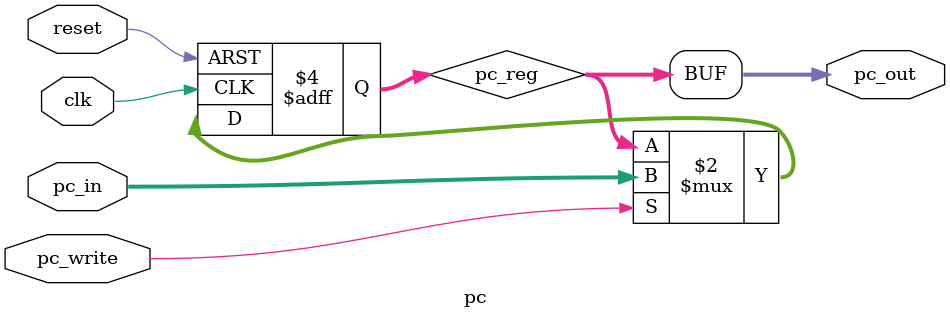
<source format=v>

module pc(
    input clk,
    input reset,
    input [63:0] pc_in,
    input pc_write,     // write enable signal from hazard zaza unit
    output [63:0] pc_out
);

    reg [63:0] pc_reg;

    always @(posedge clk or posedge reset) begin
        if(reset) begin
            pc_reg <= 64'h0;
        end
            
        else if(pc_write) begin // update iff pc_write is high else stall
            pc_reg <= pc_in;
        end
    end

    assign pc_out = pc_reg;
    
endmodule
</source>
